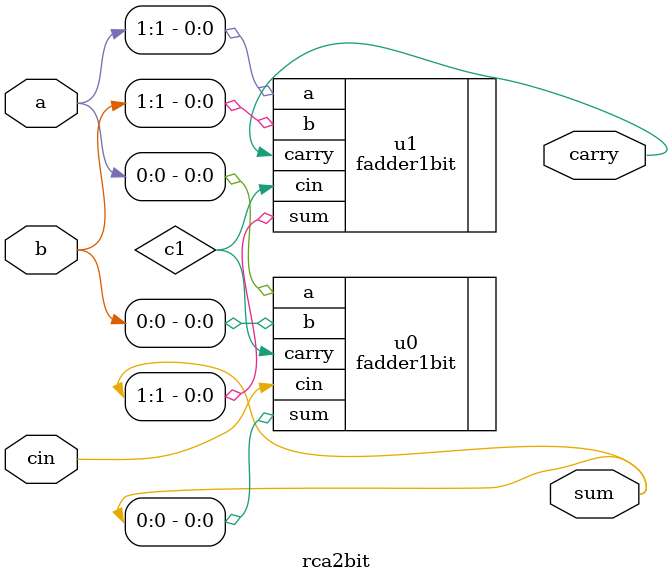
<source format=v>
`timescale 1ps / 1ps


module rca2bit #(
    parameter integer TINV  = 10,   // ps
    parameter integer TAND2 = 50,   // ps
    parameter integer TOR2  = 50    // ps
)(
    input  [1:0] a, b,
    input        cin,
    output [1:0] sum,
    output       carry
);
    wire c1;
    fadder1bit #(.TINV(TINV), .TAND2(TAND2), .TOR2(TOR2)) u0 (.a(a[0]), .b(b[0]), .cin(cin), .sum(sum[0]), .carry(c1));
    fadder1bit #(.TINV(TINV), .TAND2(TAND2), .TOR2(TOR2)) u1 (.a(a[1]), .b(b[1]), .cin(c1),  .sum(sum[1]), .carry(carry));
endmodule

</source>
